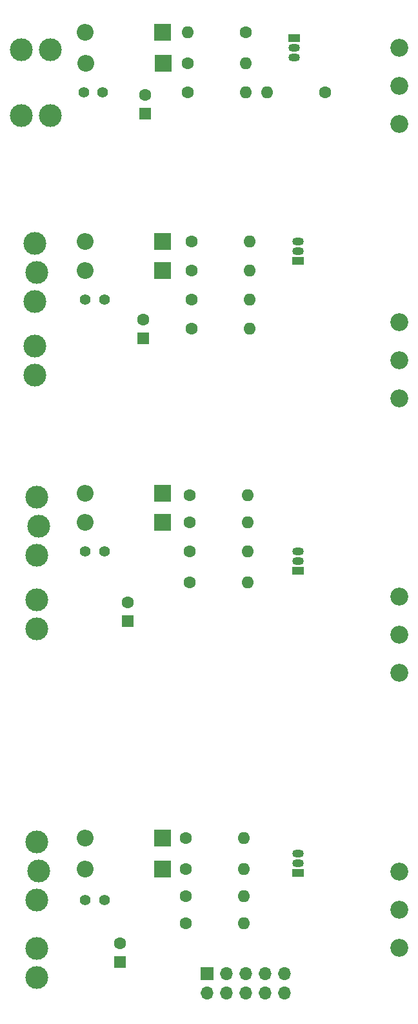
<source format=gbr>
%TF.GenerationSoftware,KiCad,Pcbnew,(5.1.10)-1*%
%TF.CreationDate,2022-04-21T20:11:48-04:00*%
%TF.ProjectId,ELC Eargensplitter,454c4320-4561-4726-9765-6e73706c6974,rev?*%
%TF.SameCoordinates,Original*%
%TF.FileFunction,Soldermask,Bot*%
%TF.FilePolarity,Negative*%
%FSLAX46Y46*%
G04 Gerber Fmt 4.6, Leading zero omitted, Abs format (unit mm)*
G04 Created by KiCad (PCBNEW (5.1.10)-1) date 2022-04-21 20:11:48*
%MOMM*%
%LPD*%
G01*
G04 APERTURE LIST*
%ADD10R,1.700000X1.700000*%
%ADD11O,1.700000X1.700000*%
%ADD12C,1.400000*%
%ADD13C,1.600000*%
%ADD14R,1.600000X1.600000*%
%ADD15O,2.200000X2.200000*%
%ADD16R,2.200000X2.200000*%
%ADD17C,3.000000*%
%ADD18O,1.500000X1.050000*%
%ADD19R,1.500000X1.050000*%
%ADD20O,1.600000X1.600000*%
%ADD21C,2.340000*%
G04 APERTURE END LIST*
D10*
%TO.C,J9*%
X127762000Y-154432000D03*
D11*
X132842000Y-156972000D03*
X130302000Y-154432000D03*
X130302000Y-156972000D03*
X137922000Y-154432000D03*
X127762000Y-156972000D03*
X135382000Y-154432000D03*
X135382000Y-156972000D03*
X132842000Y-154432000D03*
X137922000Y-156972000D03*
%TD*%
D12*
%TO.C,100n*%
X111546000Y-38862000D03*
X114046000Y-38862000D03*
%TD*%
D13*
%TO.C,10u*%
X119634000Y-39156000D03*
D14*
X119634000Y-41656000D03*
%TD*%
D12*
%TO.C,100n*%
X111760000Y-66040000D03*
X114260000Y-66040000D03*
%TD*%
D13*
%TO.C,10u*%
X119380000Y-68620000D03*
D14*
X119380000Y-71120000D03*
%TD*%
D12*
%TO.C,100n*%
X114260000Y-99060000D03*
X111760000Y-99060000D03*
%TD*%
D14*
%TO.C,10u*%
X117348000Y-108204000D03*
D13*
X117348000Y-105704000D03*
%TD*%
D12*
%TO.C,100n*%
X111760000Y-144780000D03*
X114260000Y-144780000D03*
%TD*%
D14*
%TO.C,10u*%
X116332000Y-152908000D03*
D13*
X116332000Y-150408000D03*
%TD*%
D15*
%TO.C,4148*%
X111760000Y-30988000D03*
D16*
X121920000Y-30988000D03*
%TD*%
%TO.C,4148*%
X122000000Y-35000000D03*
D15*
X111840000Y-35000000D03*
%TD*%
%TO.C,4148*%
X111760000Y-58420000D03*
D16*
X121920000Y-58420000D03*
%TD*%
%TO.C,4148*%
X121920000Y-62230000D03*
D15*
X111760000Y-62230000D03*
%TD*%
%TO.C,4148*%
X111760000Y-91440000D03*
D16*
X121920000Y-91440000D03*
%TD*%
%TO.C,4148*%
X121920000Y-95250000D03*
D15*
X111760000Y-95250000D03*
%TD*%
D16*
%TO.C,4148*%
X121920000Y-136652000D03*
D15*
X111760000Y-136652000D03*
%TD*%
%TO.C,4148*%
X111760000Y-140716000D03*
D16*
X121920000Y-140716000D03*
%TD*%
D17*
%TO.C,J1*%
X107188000Y-33274000D03*
X103378000Y-33274000D03*
%TD*%
%TO.C,J2*%
X107188000Y-41910000D03*
X103378000Y-41910000D03*
%TD*%
%TO.C,J3*%
X105436000Y-62484000D03*
X105156000Y-58674000D03*
X105156000Y-66294000D03*
%TD*%
%TO.C,J4*%
X105156000Y-75946000D03*
X105156000Y-72136000D03*
%TD*%
%TO.C,J5*%
X105410000Y-99568000D03*
X105410000Y-91948000D03*
X105690000Y-95758000D03*
%TD*%
%TO.C,J6*%
X105410000Y-105410000D03*
X105410000Y-109220000D03*
%TD*%
%TO.C,J7*%
X105690000Y-140970000D03*
X105410000Y-137160000D03*
X105410000Y-144780000D03*
%TD*%
%TO.C,J8*%
X105410000Y-154940000D03*
X105410000Y-151130000D03*
%TD*%
D18*
%TO.C,BS170*%
X139192000Y-33020000D03*
X139192000Y-34290000D03*
D19*
X139192000Y-31750000D03*
%TD*%
%TO.C,BS170*%
X139700000Y-60960000D03*
D18*
X139700000Y-58420000D03*
X139700000Y-59690000D03*
%TD*%
%TO.C,BS170*%
X139700000Y-100330000D03*
X139700000Y-99060000D03*
D19*
X139700000Y-101600000D03*
%TD*%
%TO.C,BS170*%
X139700000Y-141224000D03*
D18*
X139700000Y-138684000D03*
X139700000Y-139954000D03*
%TD*%
D13*
%TO.C,10M*%
X132842000Y-31000000D03*
D20*
X125222000Y-31000000D03*
%TD*%
%TO.C,10M*%
X132842000Y-35000000D03*
D13*
X125222000Y-35000000D03*
%TD*%
%TO.C,5K1*%
X125222000Y-38862000D03*
D20*
X132842000Y-38862000D03*
%TD*%
D13*
%TO.C,100K*%
X143256000Y-38862000D03*
D20*
X135636000Y-38862000D03*
%TD*%
D13*
%TO.C,10M*%
X125730000Y-58420000D03*
D20*
X133350000Y-58420000D03*
%TD*%
%TO.C,10M*%
X133350000Y-62230000D03*
D13*
X125730000Y-62230000D03*
%TD*%
%TO.C,5K1*%
X125730000Y-66040000D03*
D20*
X133350000Y-66040000D03*
%TD*%
D13*
%TO.C,100K*%
X125730000Y-69850000D03*
D20*
X133350000Y-69850000D03*
%TD*%
%TO.C,10M*%
X133096000Y-91694000D03*
D13*
X125476000Y-91694000D03*
%TD*%
%TO.C,10M*%
X125476000Y-95250000D03*
D20*
X133096000Y-95250000D03*
%TD*%
D13*
%TO.C,5K1*%
X125476000Y-99060000D03*
D20*
X133096000Y-99060000D03*
%TD*%
%TO.C,100K*%
X133096000Y-103124000D03*
D13*
X125476000Y-103124000D03*
%TD*%
D20*
%TO.C,10M*%
X132588000Y-136652000D03*
D13*
X124968000Y-136652000D03*
%TD*%
D20*
%TO.C,10M*%
X132588000Y-140716000D03*
D13*
X124968000Y-140716000D03*
%TD*%
D20*
%TO.C,5K1*%
X132588000Y-144272000D03*
D13*
X124968000Y-144272000D03*
%TD*%
D20*
%TO.C,100K*%
X132588000Y-147828000D03*
D13*
X124968000Y-147828000D03*
%TD*%
D21*
%TO.C,RV1*%
X153000000Y-33000000D03*
X153000000Y-38000000D03*
X153000000Y-43000000D03*
%TD*%
%TO.C,RV2*%
X153000000Y-69000000D03*
X153000000Y-74000000D03*
X153000000Y-79000000D03*
%TD*%
%TO.C,RV3*%
X153000000Y-115000000D03*
X153000000Y-110000000D03*
X153000000Y-105000000D03*
%TD*%
%TO.C,RV4*%
X153000000Y-151000000D03*
X153000000Y-146000000D03*
X153000000Y-141000000D03*
%TD*%
M02*

</source>
